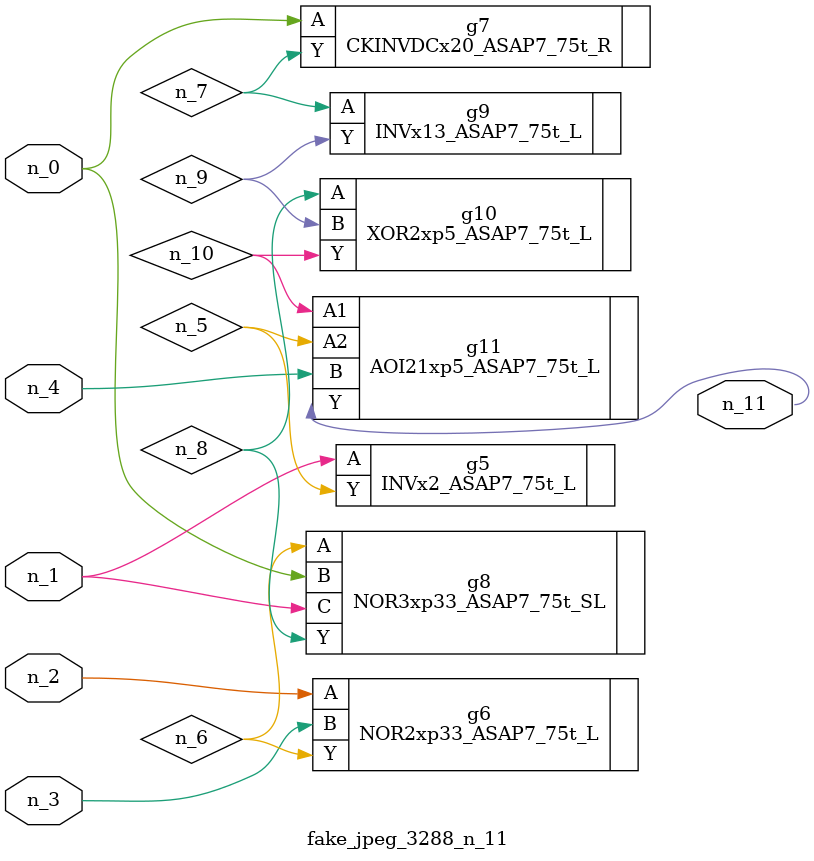
<source format=v>
module fake_jpeg_3288_n_11 (n_3, n_2, n_1, n_0, n_4, n_11);

input n_3;
input n_2;
input n_1;
input n_0;
input n_4;

output n_11;

wire n_10;
wire n_8;
wire n_9;
wire n_6;
wire n_5;
wire n_7;

INVx2_ASAP7_75t_L g5 ( 
.A(n_1),
.Y(n_5)
);

NOR2xp33_ASAP7_75t_L g6 ( 
.A(n_2),
.B(n_3),
.Y(n_6)
);

CKINVDCx20_ASAP7_75t_R g7 ( 
.A(n_0),
.Y(n_7)
);

NOR3xp33_ASAP7_75t_SL g8 ( 
.A(n_6),
.B(n_0),
.C(n_1),
.Y(n_8)
);

XOR2xp5_ASAP7_75t_L g10 ( 
.A(n_8),
.B(n_9),
.Y(n_10)
);

INVx13_ASAP7_75t_L g9 ( 
.A(n_7),
.Y(n_9)
);

AOI21xp5_ASAP7_75t_L g11 ( 
.A1(n_10),
.A2(n_5),
.B(n_4),
.Y(n_11)
);


endmodule
</source>
